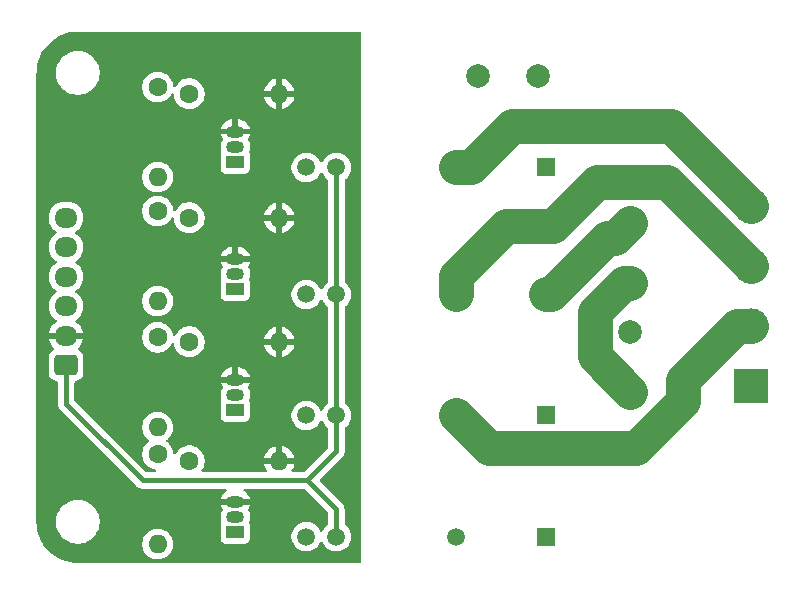
<source format=gtl>
G04 #@! TF.GenerationSoftware,KiCad,Pcbnew,9.0.6*
G04 #@! TF.CreationDate,2025-12-26T23:06:47-07:00*
G04 #@! TF.ProjectId,pifire-relay-module-SSR,70696669-7265-42d7-9265-6c61792d6d6f,v1.0.2*
G04 #@! TF.SameCoordinates,Original*
G04 #@! TF.FileFunction,Copper,L1,Top*
G04 #@! TF.FilePolarity,Positive*
%FSLAX46Y46*%
G04 Gerber Fmt 4.6, Leading zero omitted, Abs format (unit mm)*
G04 Created by KiCad (PCBNEW 9.0.6) date 2025-12-26 23:06:47*
%MOMM*%
%LPD*%
G01*
G04 APERTURE LIST*
G04 Aperture macros list*
%AMRoundRect*
0 Rectangle with rounded corners*
0 $1 Rounding radius*
0 $2 $3 $4 $5 $6 $7 $8 $9 X,Y pos of 4 corners*
0 Add a 4 corners polygon primitive as box body*
4,1,4,$2,$3,$4,$5,$6,$7,$8,$9,$2,$3,0*
0 Add four circle primitives for the rounded corners*
1,1,$1+$1,$2,$3*
1,1,$1+$1,$4,$5*
1,1,$1+$1,$6,$7*
1,1,$1+$1,$8,$9*
0 Add four rect primitives between the rounded corners*
20,1,$1+$1,$2,$3,$4,$5,0*
20,1,$1+$1,$4,$5,$6,$7,0*
20,1,$1+$1,$6,$7,$8,$9,0*
20,1,$1+$1,$8,$9,$2,$3,0*%
G04 Aperture macros list end*
G04 #@! TA.AperFunction,ComponentPad*
%ADD10R,1.508000X1.508000*%
G04 #@! TD*
G04 #@! TA.AperFunction,ComponentPad*
%ADD11C,1.508000*%
G04 #@! TD*
G04 #@! TA.AperFunction,ComponentPad*
%ADD12C,1.600000*%
G04 #@! TD*
G04 #@! TA.AperFunction,ComponentPad*
%ADD13O,1.600000X1.600000*%
G04 #@! TD*
G04 #@! TA.AperFunction,ComponentPad*
%ADD14R,1.500000X1.050000*%
G04 #@! TD*
G04 #@! TA.AperFunction,ComponentPad*
%ADD15O,1.500000X1.050000*%
G04 #@! TD*
G04 #@! TA.AperFunction,ComponentPad*
%ADD16C,2.000000*%
G04 #@! TD*
G04 #@! TA.AperFunction,ComponentPad*
%ADD17RoundRect,0.250000X0.725000X-0.600000X0.725000X0.600000X-0.725000X0.600000X-0.725000X-0.600000X0*%
G04 #@! TD*
G04 #@! TA.AperFunction,ComponentPad*
%ADD18O,1.950000X1.700000*%
G04 #@! TD*
G04 #@! TA.AperFunction,ComponentPad*
%ADD19R,3.000000X3.000000*%
G04 #@! TD*
G04 #@! TA.AperFunction,ComponentPad*
%ADD20C,3.000000*%
G04 #@! TD*
G04 #@! TA.AperFunction,Conductor*
%ADD21C,3.000000*%
G04 #@! TD*
G04 #@! TA.AperFunction,Conductor*
%ADD22C,0.400000*%
G04 #@! TD*
G04 APERTURE END LIST*
D10*
X68660000Y-68250000D03*
D11*
X61040000Y-68250000D03*
X50880000Y-68250000D03*
X48340000Y-68250000D03*
D12*
X38440000Y-61832500D03*
D13*
X46060000Y-61832500D03*
D10*
X68660000Y-37000000D03*
D11*
X61040000Y-37000000D03*
X50880000Y-37000000D03*
X48340000Y-37000000D03*
D14*
X42332500Y-67852500D03*
D15*
X42332500Y-66582500D03*
X42332500Y-65312500D03*
D12*
X38440000Y-41250000D03*
D13*
X46060000Y-41250000D03*
D16*
X75750000Y-56000000D03*
X75760000Y-50920000D03*
D12*
X38440000Y-30750000D03*
D13*
X46060000Y-30750000D03*
D10*
X68660000Y-47750000D03*
D11*
X61040000Y-47750000D03*
X50880000Y-47750000D03*
X48340000Y-47750000D03*
D12*
X38440000Y-51750000D03*
D13*
X46060000Y-51750000D03*
D12*
X35750000Y-51380000D03*
D13*
X35750000Y-59000000D03*
D17*
X28000000Y-53750000D03*
D18*
X28000000Y-51250000D03*
X28000000Y-48750000D03*
X28000000Y-46250000D03*
X28000000Y-43750000D03*
X28000000Y-41250000D03*
D16*
X68000000Y-29250000D03*
X62920000Y-29240000D03*
D10*
X68660000Y-58000000D03*
D11*
X61040000Y-58000000D03*
X50880000Y-58000000D03*
X48340000Y-58000000D03*
D12*
X35750000Y-30190000D03*
D13*
X35750000Y-37810000D03*
D12*
X35750000Y-61272500D03*
D13*
X35750000Y-68892500D03*
D14*
X42332500Y-57500000D03*
D15*
X42332500Y-56230000D03*
X42332500Y-54960000D03*
D14*
X42332500Y-36500000D03*
D15*
X42332500Y-35230000D03*
X42332500Y-33960000D03*
D12*
X35750000Y-40690000D03*
D13*
X35750000Y-48310000D03*
D16*
X75750000Y-46790000D03*
X75760000Y-41710000D03*
D14*
X42332500Y-47290000D03*
D15*
X42332500Y-46020000D03*
X42332500Y-44750000D03*
D19*
X86000000Y-55500000D03*
D20*
X86000000Y-50420000D03*
X86000000Y-45340000D03*
X86000000Y-40260000D03*
D21*
X75750000Y-56000000D02*
X72750000Y-53000000D01*
X75205484Y-46790000D02*
X75750000Y-46790000D01*
X72750000Y-49245484D02*
X75205484Y-46790000D01*
X72750000Y-53000000D02*
X72750000Y-49245484D01*
X75760000Y-41740000D02*
X75760000Y-41710000D01*
X74500000Y-43000000D02*
X75760000Y-41740000D01*
X69025484Y-47750000D02*
X73775484Y-43000000D01*
X73775484Y-43000000D02*
X74500000Y-43000000D01*
X68660000Y-47750000D02*
X69025484Y-47750000D01*
D22*
X48427500Y-63500000D02*
X50880000Y-65952500D01*
X50880000Y-65952500D02*
X50880000Y-68250000D01*
X28000000Y-57000000D02*
X34500000Y-63500000D01*
X50880000Y-47750000D02*
X50880000Y-37000000D01*
X50880000Y-61047500D02*
X50880000Y-58000000D01*
X28000000Y-53750000D02*
X28000000Y-57000000D01*
X48427500Y-63500000D02*
X50880000Y-61047500D01*
X34500000Y-63500000D02*
X48427500Y-63500000D01*
X50880000Y-58000000D02*
X50880000Y-47750000D01*
D21*
X69250000Y-42000000D02*
X73000000Y-38250000D01*
X73000000Y-38250000D02*
X78910000Y-38250000D01*
X65250000Y-42000000D02*
X69250000Y-42000000D01*
X61040000Y-47750000D02*
X61040000Y-46210000D01*
X61040000Y-46210000D02*
X65250000Y-42000000D01*
X78910000Y-38250000D02*
X86000000Y-45340000D01*
X84830000Y-50420000D02*
X86000000Y-50420000D01*
X80250000Y-56750000D02*
X80250000Y-55000000D01*
X63790000Y-60750000D02*
X76250000Y-60750000D01*
X80250000Y-55000000D02*
X84830000Y-50420000D01*
X76250000Y-60750000D02*
X80250000Y-56750000D01*
X61040000Y-58000000D02*
X63790000Y-60750000D01*
X65750000Y-33500000D02*
X71670000Y-33500000D01*
X62250000Y-37000000D02*
X65750000Y-33500000D01*
X61040000Y-37000000D02*
X62250000Y-37000000D01*
X86000000Y-40260000D02*
X79240000Y-33500000D01*
X79240000Y-33500000D02*
X71670000Y-33500000D01*
G04 #@! TA.AperFunction,Conductor*
G36*
X52943039Y-25520185D02*
G01*
X52988794Y-25572989D01*
X53000000Y-25624500D01*
X53000000Y-31922185D01*
X52999500Y-31929815D01*
X52999500Y-38820186D01*
X53000000Y-38827816D01*
X53000000Y-42797185D01*
X52999500Y-42804815D01*
X52999500Y-49695186D01*
X53000000Y-49702816D01*
X53000000Y-53047185D01*
X52999500Y-53054815D01*
X52999500Y-59945186D01*
X53000000Y-59952816D01*
X53000000Y-63422185D01*
X52999500Y-63429815D01*
X52999500Y-70320186D01*
X53000000Y-70327816D01*
X53000000Y-70375500D01*
X52980315Y-70442539D01*
X52927511Y-70488294D01*
X52876000Y-70499500D01*
X29003051Y-70499500D01*
X28996968Y-70499351D01*
X28976900Y-70498365D01*
X28663071Y-70482947D01*
X28650962Y-70481754D01*
X28323305Y-70433151D01*
X28311369Y-70430777D01*
X27990055Y-70350292D01*
X27978411Y-70346759D01*
X27666540Y-70235170D01*
X27655301Y-70230515D01*
X27355844Y-70088883D01*
X27345121Y-70083150D01*
X27061011Y-69912862D01*
X27050893Y-69906102D01*
X26784829Y-69708775D01*
X26775423Y-69701055D01*
X26635364Y-69574113D01*
X26529986Y-69478604D01*
X26521395Y-69470013D01*
X26298944Y-69224576D01*
X26291224Y-69215170D01*
X26093897Y-68949106D01*
X26087137Y-68938988D01*
X26068267Y-68907505D01*
X25916844Y-68654871D01*
X25911120Y-68644163D01*
X25769479Y-68344688D01*
X25764829Y-68333459D01*
X25725212Y-68222738D01*
X25661717Y-68045281D01*
X25653240Y-68021588D01*
X25649707Y-68009944D01*
X25640958Y-67975015D01*
X25569219Y-67688617D01*
X25566848Y-67676694D01*
X25554358Y-67592495D01*
X25530662Y-67432748D01*
X25518245Y-67349037D01*
X25517052Y-67336927D01*
X25514237Y-67279635D01*
X25500649Y-67003032D01*
X25500500Y-66996948D01*
X25500500Y-66878711D01*
X27149500Y-66878711D01*
X27149500Y-67121288D01*
X27181161Y-67361785D01*
X27243947Y-67596104D01*
X27281714Y-67687281D01*
X27336776Y-67820212D01*
X27458064Y-68030289D01*
X27458066Y-68030292D01*
X27458067Y-68030293D01*
X27605733Y-68222736D01*
X27605739Y-68222743D01*
X27777256Y-68394260D01*
X27777263Y-68394266D01*
X27817803Y-68425373D01*
X27969711Y-68541936D01*
X28179788Y-68663224D01*
X28403900Y-68756054D01*
X28638211Y-68818838D01*
X28818586Y-68842584D01*
X28878711Y-68850500D01*
X28878712Y-68850500D01*
X29121289Y-68850500D01*
X29169388Y-68844167D01*
X29361789Y-68818838D01*
X29468861Y-68790148D01*
X34449500Y-68790148D01*
X34449500Y-68994851D01*
X34481522Y-69197034D01*
X34544781Y-69391723D01*
X34637715Y-69574113D01*
X34758028Y-69739713D01*
X34902786Y-69884471D01*
X35057749Y-69997056D01*
X35068390Y-70004787D01*
X35184607Y-70064003D01*
X35250776Y-70097718D01*
X35250778Y-70097718D01*
X35250781Y-70097720D01*
X35355137Y-70131627D01*
X35445465Y-70160977D01*
X35546557Y-70176988D01*
X35647648Y-70193000D01*
X35647649Y-70193000D01*
X35852351Y-70193000D01*
X35852352Y-70193000D01*
X36054534Y-70160977D01*
X36249219Y-70097720D01*
X36431610Y-70004787D01*
X36562449Y-69909728D01*
X36597213Y-69884471D01*
X36597215Y-69884468D01*
X36597219Y-69884466D01*
X36741966Y-69739719D01*
X36741968Y-69739715D01*
X36741971Y-69739713D01*
X36794732Y-69667090D01*
X36862287Y-69574110D01*
X36955220Y-69391719D01*
X37018477Y-69197034D01*
X37050500Y-68994852D01*
X37050500Y-68790148D01*
X37040008Y-68723908D01*
X37018477Y-68587965D01*
X36985015Y-68484982D01*
X36955220Y-68393281D01*
X36955218Y-68393278D01*
X36955218Y-68393276D01*
X36868326Y-68222743D01*
X36862287Y-68210890D01*
X36854556Y-68200249D01*
X36741971Y-68045286D01*
X36597213Y-67900528D01*
X36431613Y-67780215D01*
X36431612Y-67780214D01*
X36431610Y-67780213D01*
X36374653Y-67751191D01*
X36249223Y-67687281D01*
X36054534Y-67624022D01*
X35878238Y-67596100D01*
X35852352Y-67592000D01*
X35647648Y-67592000D01*
X35623329Y-67595851D01*
X35445465Y-67624022D01*
X35250776Y-67687281D01*
X35068386Y-67780215D01*
X34902786Y-67900528D01*
X34758028Y-68045286D01*
X34637715Y-68210886D01*
X34544781Y-68393276D01*
X34481522Y-68587965D01*
X34449500Y-68790148D01*
X29468861Y-68790148D01*
X29596100Y-68756054D01*
X29749432Y-68692542D01*
X29802128Y-68670715D01*
X29820205Y-68663227D01*
X29820205Y-68663226D01*
X29820212Y-68663224D01*
X30030289Y-68541936D01*
X30222738Y-68394265D01*
X30394265Y-68222738D01*
X30541936Y-68030289D01*
X30663224Y-67820212D01*
X30756054Y-67596100D01*
X30818838Y-67361789D01*
X30850500Y-67121288D01*
X30850500Y-66878712D01*
X30818838Y-66638211D01*
X30756054Y-66403900D01*
X30663224Y-66179788D01*
X30541936Y-65969711D01*
X30416809Y-65806642D01*
X30394266Y-65777263D01*
X30394260Y-65777256D01*
X30222743Y-65605739D01*
X30222736Y-65605733D01*
X30030293Y-65458067D01*
X30030292Y-65458066D01*
X30030289Y-65458064D01*
X29820212Y-65336776D01*
X29820205Y-65336773D01*
X29596104Y-65243947D01*
X29361785Y-65181161D01*
X29121289Y-65149500D01*
X29121288Y-65149500D01*
X28878712Y-65149500D01*
X28878711Y-65149500D01*
X28638214Y-65181161D01*
X28403895Y-65243947D01*
X28179794Y-65336773D01*
X28179785Y-65336777D01*
X27969706Y-65458067D01*
X27777263Y-65605733D01*
X27777256Y-65605739D01*
X27605739Y-65777256D01*
X27605733Y-65777263D01*
X27458067Y-65969706D01*
X27336777Y-66179785D01*
X27336773Y-66179794D01*
X27243947Y-66403895D01*
X27181161Y-66638214D01*
X27149500Y-66878711D01*
X25500500Y-66878711D01*
X25500500Y-41143713D01*
X26524500Y-41143713D01*
X26524500Y-41356287D01*
X26557754Y-41566243D01*
X26595356Y-41681971D01*
X26623444Y-41768414D01*
X26719951Y-41957820D01*
X26844890Y-42129786D01*
X26995209Y-42280105D01*
X26995214Y-42280109D01*
X27159793Y-42399682D01*
X27202459Y-42455011D01*
X27208438Y-42524625D01*
X27175833Y-42586420D01*
X27159793Y-42600318D01*
X26995214Y-42719890D01*
X26995209Y-42719894D01*
X26844890Y-42870213D01*
X26719951Y-43042179D01*
X26623444Y-43231585D01*
X26557753Y-43433760D01*
X26524500Y-43643713D01*
X26524500Y-43856287D01*
X26557754Y-44066243D01*
X26622167Y-44264486D01*
X26623444Y-44268414D01*
X26719951Y-44457820D01*
X26844890Y-44629786D01*
X26995209Y-44780105D01*
X26995214Y-44780109D01*
X27159793Y-44899682D01*
X27202459Y-44955011D01*
X27208438Y-45024625D01*
X27175833Y-45086420D01*
X27159793Y-45100318D01*
X26995214Y-45219890D01*
X26995209Y-45219894D01*
X26844890Y-45370213D01*
X26719951Y-45542179D01*
X26623444Y-45731585D01*
X26557753Y-45933760D01*
X26524500Y-46143713D01*
X26524500Y-46356286D01*
X26551441Y-46526389D01*
X26557754Y-46566243D01*
X26615976Y-46745432D01*
X26623444Y-46768414D01*
X26719951Y-46957820D01*
X26844890Y-47129786D01*
X26995209Y-47280105D01*
X26995214Y-47280109D01*
X27159793Y-47399682D01*
X27202459Y-47455011D01*
X27208438Y-47524625D01*
X27175833Y-47586420D01*
X27159793Y-47600318D01*
X26995214Y-47719890D01*
X26995209Y-47719894D01*
X26844890Y-47870213D01*
X26719951Y-48042179D01*
X26623444Y-48231585D01*
X26557753Y-48433760D01*
X26524500Y-48643713D01*
X26524500Y-48856286D01*
X26557753Y-49066239D01*
X26623444Y-49268414D01*
X26719951Y-49457820D01*
X26844890Y-49629786D01*
X26995209Y-49780105D01*
X26995214Y-49780109D01*
X27160218Y-49899991D01*
X27202884Y-49955320D01*
X27208863Y-50024934D01*
X27176258Y-50086729D01*
X27160218Y-50100627D01*
X26995540Y-50220272D01*
X26995535Y-50220276D01*
X26845276Y-50370535D01*
X26845272Y-50370540D01*
X26720379Y-50542442D01*
X26623904Y-50731782D01*
X26558242Y-50933870D01*
X26558242Y-50933873D01*
X26547769Y-51000000D01*
X27595854Y-51000000D01*
X27557370Y-51066657D01*
X27525000Y-51187465D01*
X27525000Y-51312535D01*
X27557370Y-51433343D01*
X27595854Y-51500000D01*
X26547769Y-51500000D01*
X26558242Y-51566126D01*
X26558242Y-51566129D01*
X26623904Y-51768217D01*
X26720379Y-51957557D01*
X26845272Y-52129459D01*
X26845276Y-52129464D01*
X26984143Y-52268331D01*
X27017628Y-52329654D01*
X27012644Y-52399346D01*
X26970772Y-52455279D01*
X26961559Y-52461551D01*
X26806342Y-52557289D01*
X26682289Y-52681342D01*
X26590187Y-52830663D01*
X26590185Y-52830668D01*
X26579709Y-52862284D01*
X26535001Y-52997203D01*
X26535001Y-52997204D01*
X26535000Y-52997204D01*
X26524500Y-53099983D01*
X26524500Y-54400001D01*
X26524501Y-54400018D01*
X26535000Y-54502796D01*
X26535001Y-54502799D01*
X26590185Y-54669331D01*
X26590187Y-54669336D01*
X26595675Y-54678233D01*
X26682288Y-54818656D01*
X26806344Y-54942712D01*
X26955666Y-55034814D01*
X27122203Y-55089999D01*
X27188103Y-55096731D01*
X27252794Y-55123127D01*
X27292945Y-55180307D01*
X27299500Y-55220088D01*
X27299500Y-56931006D01*
X27299500Y-57068994D01*
X27299500Y-57068996D01*
X27299499Y-57068996D01*
X27326418Y-57204322D01*
X27326421Y-57204332D01*
X27379222Y-57331807D01*
X27455887Y-57446545D01*
X34053454Y-64044112D01*
X34168190Y-64120776D01*
X34266790Y-64161617D01*
X34295671Y-64173580D01*
X34295672Y-64173580D01*
X34295677Y-64173582D01*
X34322545Y-64178925D01*
X34322551Y-64178926D01*
X34322591Y-64178934D01*
X34412937Y-64196905D01*
X34431006Y-64200500D01*
X34431007Y-64200500D01*
X41517999Y-64200500D01*
X41585038Y-64220185D01*
X41630793Y-64272989D01*
X41640737Y-64342147D01*
X41611712Y-64405703D01*
X41586890Y-64427602D01*
X41454100Y-64516329D01*
X41454096Y-64516332D01*
X41311332Y-64659096D01*
X41311329Y-64659100D01*
X41199159Y-64826973D01*
X41199152Y-64826986D01*
X41121890Y-65013516D01*
X41121887Y-65013525D01*
X41112147Y-65062500D01*
X42052170Y-65062500D01*
X42032425Y-65082245D01*
X41983056Y-65167755D01*
X41957500Y-65263130D01*
X41957500Y-65361870D01*
X41983056Y-65457245D01*
X42032425Y-65542755D01*
X42046670Y-65557000D01*
X42006497Y-65557000D01*
X42006496Y-65557000D01*
X41990826Y-65560117D01*
X41966634Y-65562500D01*
X41112147Y-65562500D01*
X41121887Y-65611474D01*
X41121890Y-65611483D01*
X41199152Y-65798013D01*
X41199159Y-65798026D01*
X41252703Y-65878159D01*
X41273581Y-65944836D01*
X41255097Y-66012216D01*
X41252704Y-66015939D01*
X41198714Y-66096743D01*
X41121409Y-66283372D01*
X41121407Y-66283380D01*
X41082000Y-66481492D01*
X41082000Y-66683507D01*
X41121407Y-66881619D01*
X41121409Y-66881627D01*
X41154825Y-66962300D01*
X41162294Y-67031770D01*
X41142538Y-67077160D01*
X41142954Y-67077387D01*
X41140419Y-67082028D01*
X41139537Y-67084056D01*
X41138706Y-67085165D01*
X41138702Y-67085172D01*
X41088408Y-67220017D01*
X41085676Y-67245432D01*
X41082001Y-67279623D01*
X41082000Y-67279635D01*
X41082000Y-68425370D01*
X41082001Y-68425376D01*
X41088408Y-68484983D01*
X41138702Y-68619828D01*
X41138706Y-68619835D01*
X41224952Y-68735044D01*
X41224955Y-68735047D01*
X41340164Y-68821293D01*
X41340171Y-68821297D01*
X41475017Y-68871591D01*
X41475016Y-68871591D01*
X41481944Y-68872335D01*
X41534627Y-68878000D01*
X43130372Y-68877999D01*
X43189983Y-68871591D01*
X43324831Y-68821296D01*
X43440046Y-68735046D01*
X43526296Y-68619831D01*
X43576591Y-68484983D01*
X43583000Y-68425373D01*
X43582999Y-67279628D01*
X43576591Y-67220017D01*
X43572219Y-67208296D01*
X43526297Y-67085171D01*
X43526296Y-67085170D01*
X43526296Y-67085169D01*
X43525467Y-67084062D01*
X43524985Y-67082768D01*
X43522046Y-67077386D01*
X43522819Y-67076963D01*
X43501051Y-67018599D01*
X43510175Y-66962298D01*
X43543589Y-66881632D01*
X43543589Y-66881631D01*
X43543591Y-66881627D01*
X43583000Y-66683503D01*
X43583000Y-66481497D01*
X43543591Y-66283373D01*
X43466286Y-66096744D01*
X43412294Y-66015939D01*
X43391417Y-65949264D01*
X43409901Y-65881884D01*
X43412296Y-65878158D01*
X43465844Y-65798018D01*
X43465846Y-65798015D01*
X43543109Y-65611483D01*
X43543112Y-65611474D01*
X43552853Y-65562500D01*
X42698366Y-65562500D01*
X42674174Y-65560117D01*
X42658504Y-65557000D01*
X42658503Y-65557000D01*
X42618330Y-65557000D01*
X42632575Y-65542755D01*
X42681944Y-65457245D01*
X42707500Y-65361870D01*
X42707500Y-65263130D01*
X42681944Y-65167755D01*
X42632575Y-65082245D01*
X42612830Y-65062500D01*
X43552853Y-65062500D01*
X43543112Y-65013525D01*
X43543109Y-65013516D01*
X43465847Y-64826986D01*
X43465840Y-64826973D01*
X43353670Y-64659100D01*
X43353667Y-64659096D01*
X43210903Y-64516332D01*
X43210899Y-64516329D01*
X43078110Y-64427602D01*
X43033305Y-64373990D01*
X43024598Y-64304665D01*
X43054752Y-64241637D01*
X43114195Y-64204918D01*
X43147001Y-64200500D01*
X48085981Y-64200500D01*
X48153020Y-64220185D01*
X48173662Y-64236819D01*
X50143181Y-66206338D01*
X50176666Y-66267661D01*
X50179500Y-66294019D01*
X50179500Y-67145114D01*
X50159815Y-67212153D01*
X50128385Y-67245432D01*
X50062754Y-67293115D01*
X50062749Y-67293119D01*
X49923115Y-67432753D01*
X49807058Y-67592495D01*
X49720485Y-67762403D01*
X49672510Y-67813199D01*
X49604689Y-67829994D01*
X49538554Y-67807456D01*
X49499515Y-67762403D01*
X49412944Y-67592499D01*
X49405486Y-67582234D01*
X49296884Y-67432753D01*
X49157246Y-67293115D01*
X48997504Y-67177058D01*
X48997503Y-67177057D01*
X48997501Y-67177056D01*
X48821561Y-67087409D01*
X48811263Y-67084063D01*
X48633763Y-67026389D01*
X48438736Y-66995500D01*
X48438731Y-66995500D01*
X48241269Y-66995500D01*
X48241264Y-66995500D01*
X48046236Y-67026389D01*
X47858441Y-67087408D01*
X47682495Y-67177058D01*
X47522753Y-67293115D01*
X47383115Y-67432753D01*
X47267058Y-67592495D01*
X47177408Y-67768441D01*
X47116389Y-67956236D01*
X47085500Y-68151263D01*
X47085500Y-68348736D01*
X47116389Y-68543763D01*
X47155206Y-68663227D01*
X47177409Y-68731561D01*
X47267056Y-68907501D01*
X47267058Y-68907504D01*
X47383115Y-69067246D01*
X47522753Y-69206884D01*
X47672234Y-69315486D01*
X47682499Y-69322944D01*
X47858439Y-69412591D01*
X47983637Y-69453270D01*
X48046236Y-69473610D01*
X48241264Y-69504500D01*
X48241269Y-69504500D01*
X48438736Y-69504500D01*
X48633763Y-69473610D01*
X48644855Y-69470006D01*
X48821561Y-69412591D01*
X48997501Y-69322944D01*
X49087192Y-69257779D01*
X49157246Y-69206884D01*
X49157248Y-69206881D01*
X49157252Y-69206879D01*
X49296879Y-69067252D01*
X49296881Y-69067248D01*
X49296884Y-69067246D01*
X49412941Y-68907505D01*
X49412942Y-68907504D01*
X49412944Y-68907501D01*
X49499517Y-68737593D01*
X49547490Y-68686800D01*
X49615311Y-68670005D01*
X49681446Y-68692542D01*
X49720482Y-68737593D01*
X49778012Y-68850500D01*
X49807058Y-68907505D01*
X49923115Y-69067246D01*
X50062753Y-69206884D01*
X50212234Y-69315486D01*
X50222499Y-69322944D01*
X50398439Y-69412591D01*
X50523637Y-69453270D01*
X50586236Y-69473610D01*
X50781264Y-69504500D01*
X50781269Y-69504500D01*
X50978736Y-69504500D01*
X51173763Y-69473610D01*
X51184855Y-69470006D01*
X51361561Y-69412591D01*
X51537501Y-69322944D01*
X51627192Y-69257779D01*
X51697246Y-69206884D01*
X51697248Y-69206881D01*
X51697252Y-69206879D01*
X51836879Y-69067252D01*
X51836881Y-69067248D01*
X51836884Y-69067246D01*
X51922716Y-68949106D01*
X51952944Y-68907501D01*
X52042591Y-68731561D01*
X52103610Y-68543763D01*
X52122361Y-68425376D01*
X52134500Y-68348736D01*
X52134500Y-68151263D01*
X52103610Y-67956236D01*
X52062591Y-67829994D01*
X52042591Y-67768439D01*
X51952944Y-67592499D01*
X51945486Y-67582234D01*
X51836884Y-67432753D01*
X51697250Y-67293119D01*
X51697245Y-67293115D01*
X51631615Y-67245432D01*
X51588949Y-67190102D01*
X51580500Y-67145114D01*
X51580500Y-65883506D01*
X51576677Y-65864290D01*
X51565210Y-65806642D01*
X51553580Y-65748172D01*
X51500775Y-65620689D01*
X51424114Y-65505957D01*
X51424112Y-65505954D01*
X51424111Y-65505953D01*
X49505838Y-63587681D01*
X49472353Y-63526358D01*
X49477337Y-63456666D01*
X49505838Y-63412319D01*
X51424112Y-61494045D01*
X51424114Y-61494043D01*
X51500775Y-61379311D01*
X51502623Y-61374851D01*
X51553578Y-61251832D01*
X51553580Y-61251828D01*
X51562389Y-61207540D01*
X51580500Y-61116496D01*
X51580500Y-59104885D01*
X51600185Y-59037846D01*
X51631615Y-59004567D01*
X51697248Y-58956882D01*
X51697248Y-58956881D01*
X51697252Y-58956879D01*
X51836879Y-58817252D01*
X51836881Y-58817248D01*
X51836884Y-58817246D01*
X51925361Y-58695466D01*
X51952944Y-58657501D01*
X52042591Y-58481561D01*
X52103610Y-58293763D01*
X52107796Y-58267335D01*
X52134500Y-58098736D01*
X52134500Y-57901263D01*
X52103610Y-57706236D01*
X52055268Y-57557456D01*
X52042591Y-57518439D01*
X51952944Y-57342499D01*
X51945176Y-57331807D01*
X51836884Y-57182753D01*
X51697250Y-57043119D01*
X51697245Y-57043115D01*
X51631615Y-56995432D01*
X51588949Y-56940102D01*
X51580500Y-56895114D01*
X51580500Y-48854885D01*
X51600185Y-48787846D01*
X51631615Y-48754567D01*
X51697248Y-48706882D01*
X51697248Y-48706881D01*
X51697252Y-48706879D01*
X51836879Y-48567252D01*
X51836881Y-48567248D01*
X51836884Y-48567246D01*
X51887779Y-48497192D01*
X51952944Y-48407501D01*
X52042591Y-48231561D01*
X52103610Y-48043763D01*
X52131098Y-47870213D01*
X52134500Y-47848736D01*
X52134500Y-47651263D01*
X52103610Y-47456236D01*
X52055268Y-47307456D01*
X52042591Y-47268439D01*
X51952944Y-47092499D01*
X51915908Y-47041523D01*
X51836884Y-46932753D01*
X51697250Y-46793119D01*
X51697245Y-46793115D01*
X51631615Y-46745432D01*
X51588949Y-46690102D01*
X51580500Y-46645114D01*
X51580500Y-38104885D01*
X51600185Y-38037846D01*
X51631615Y-38004567D01*
X51697248Y-37956882D01*
X51697248Y-37956881D01*
X51697252Y-37956879D01*
X51836879Y-37817252D01*
X51836881Y-37817248D01*
X51836884Y-37817246D01*
X51916510Y-37707648D01*
X51952944Y-37657501D01*
X52042591Y-37481561D01*
X52103610Y-37293763D01*
X52107796Y-37267335D01*
X52134500Y-37098736D01*
X52134500Y-36901263D01*
X52103610Y-36706236D01*
X52050091Y-36541522D01*
X52042591Y-36518439D01*
X51952944Y-36342499D01*
X51945486Y-36332234D01*
X51836884Y-36182753D01*
X51697246Y-36043115D01*
X51537504Y-35927058D01*
X51537503Y-35927057D01*
X51537501Y-35927056D01*
X51361561Y-35837409D01*
X51361558Y-35837408D01*
X51173763Y-35776389D01*
X50978736Y-35745500D01*
X50978731Y-35745500D01*
X50781269Y-35745500D01*
X50781264Y-35745500D01*
X50586236Y-35776389D01*
X50398441Y-35837408D01*
X50222495Y-35927058D01*
X50062753Y-36043115D01*
X49923115Y-36182753D01*
X49807058Y-36342495D01*
X49720485Y-36512403D01*
X49672510Y-36563199D01*
X49604689Y-36579994D01*
X49538554Y-36557456D01*
X49499515Y-36512403D01*
X49498036Y-36509500D01*
X49412944Y-36342499D01*
X49405486Y-36332234D01*
X49296884Y-36182753D01*
X49157246Y-36043115D01*
X48997504Y-35927058D01*
X48997503Y-35927057D01*
X48997501Y-35927056D01*
X48821561Y-35837409D01*
X48821558Y-35837408D01*
X48633763Y-35776389D01*
X48438736Y-35745500D01*
X48438731Y-35745500D01*
X48241269Y-35745500D01*
X48241264Y-35745500D01*
X48046236Y-35776389D01*
X47858441Y-35837408D01*
X47682495Y-35927058D01*
X47522753Y-36043115D01*
X47383115Y-36182753D01*
X47267058Y-36342495D01*
X47177408Y-36518441D01*
X47116389Y-36706236D01*
X47085500Y-36901263D01*
X47085500Y-37098736D01*
X47116389Y-37293763D01*
X47157408Y-37420005D01*
X47177409Y-37481561D01*
X47267056Y-37657501D01*
X47267058Y-37657504D01*
X47383115Y-37817246D01*
X47522753Y-37956884D01*
X47634190Y-38037846D01*
X47682499Y-38072944D01*
X47858439Y-38162591D01*
X47983637Y-38203270D01*
X48046236Y-38223610D01*
X48241264Y-38254500D01*
X48241269Y-38254500D01*
X48438736Y-38254500D01*
X48633763Y-38223610D01*
X48821561Y-38162591D01*
X48997501Y-38072944D01*
X49091615Y-38004567D01*
X49157246Y-37956884D01*
X49157248Y-37956881D01*
X49157252Y-37956879D01*
X49296879Y-37817252D01*
X49296881Y-37817248D01*
X49296884Y-37817246D01*
X49412941Y-37657505D01*
X49412942Y-37657504D01*
X49412944Y-37657501D01*
X49499517Y-37487593D01*
X49547490Y-37436800D01*
X49615311Y-37420005D01*
X49681446Y-37442542D01*
X49720482Y-37487593D01*
X49803804Y-37651119D01*
X49807058Y-37657505D01*
X49923115Y-37817246D01*
X50062751Y-37956882D01*
X50128385Y-38004567D01*
X50171051Y-38059896D01*
X50179500Y-38104885D01*
X50179500Y-46645114D01*
X50159815Y-46712153D01*
X50128385Y-46745432D01*
X50062754Y-46793115D01*
X50062749Y-46793119D01*
X49923115Y-46932753D01*
X49807058Y-47092495D01*
X49720485Y-47262403D01*
X49672510Y-47313199D01*
X49604689Y-47329994D01*
X49538554Y-47307456D01*
X49499515Y-47262403D01*
X49412944Y-47092499D01*
X49375908Y-47041523D01*
X49296884Y-46932753D01*
X49157246Y-46793115D01*
X48997504Y-46677058D01*
X48997503Y-46677057D01*
X48997501Y-46677056D01*
X48821561Y-46587409D01*
X48821558Y-46587408D01*
X48633763Y-46526389D01*
X48438736Y-46495500D01*
X48438731Y-46495500D01*
X48241269Y-46495500D01*
X48241264Y-46495500D01*
X48046236Y-46526389D01*
X47858441Y-46587408D01*
X47682495Y-46677058D01*
X47522753Y-46793115D01*
X47383115Y-46932753D01*
X47267058Y-47092495D01*
X47177408Y-47268441D01*
X47116389Y-47456236D01*
X47085500Y-47651263D01*
X47085500Y-47848736D01*
X47116389Y-48043763D01*
X47157408Y-48170005D01*
X47177409Y-48231561D01*
X47220179Y-48315500D01*
X47267058Y-48407504D01*
X47383115Y-48567246D01*
X47522753Y-48706884D01*
X47664540Y-48809896D01*
X47682499Y-48822944D01*
X47858439Y-48912591D01*
X47983637Y-48953270D01*
X48046236Y-48973610D01*
X48241264Y-49004500D01*
X48241269Y-49004500D01*
X48438736Y-49004500D01*
X48633763Y-48973610D01*
X48821561Y-48912591D01*
X48997501Y-48822944D01*
X49091615Y-48754567D01*
X49157246Y-48706884D01*
X49157248Y-48706881D01*
X49157252Y-48706879D01*
X49296879Y-48567252D01*
X49296881Y-48567248D01*
X49296884Y-48567246D01*
X49398114Y-48427912D01*
X49412944Y-48407501D01*
X49499517Y-48237593D01*
X49547490Y-48186800D01*
X49615311Y-48170005D01*
X49681446Y-48192542D01*
X49720482Y-48237593D01*
X49760179Y-48315500D01*
X49807058Y-48407505D01*
X49923115Y-48567246D01*
X50062751Y-48706882D01*
X50128385Y-48754567D01*
X50171051Y-48809896D01*
X50179500Y-48854885D01*
X50179500Y-56895114D01*
X50159815Y-56962153D01*
X50128385Y-56995432D01*
X50062754Y-57043115D01*
X50062749Y-57043119D01*
X49923115Y-57182753D01*
X49807058Y-57342495D01*
X49807056Y-57342499D01*
X49754042Y-57446545D01*
X49720485Y-57512403D01*
X49672510Y-57563199D01*
X49604689Y-57579994D01*
X49538554Y-57557456D01*
X49499515Y-57512403D01*
X49412944Y-57342499D01*
X49405176Y-57331807D01*
X49296884Y-57182753D01*
X49157246Y-57043115D01*
X48997504Y-56927058D01*
X48997503Y-56927057D01*
X48997501Y-56927056D01*
X48821561Y-56837409D01*
X48821558Y-56837408D01*
X48633763Y-56776389D01*
X48438736Y-56745500D01*
X48438731Y-56745500D01*
X48241269Y-56745500D01*
X48241264Y-56745500D01*
X48046236Y-56776389D01*
X47858441Y-56837408D01*
X47682495Y-56927058D01*
X47522753Y-57043115D01*
X47383115Y-57182753D01*
X47267058Y-57342495D01*
X47177408Y-57518441D01*
X47116389Y-57706236D01*
X47085500Y-57901263D01*
X47085500Y-58098736D01*
X47116389Y-58293763D01*
X47157408Y-58420005D01*
X47177409Y-58481561D01*
X47267056Y-58657501D01*
X47267058Y-58657504D01*
X47383115Y-58817246D01*
X47522753Y-58956884D01*
X47634190Y-59037846D01*
X47682499Y-59072944D01*
X47858439Y-59162591D01*
X47983637Y-59203270D01*
X48046236Y-59223610D01*
X48241264Y-59254500D01*
X48241269Y-59254500D01*
X48438736Y-59254500D01*
X48633763Y-59223610D01*
X48821561Y-59162591D01*
X48997501Y-59072944D01*
X49091615Y-59004567D01*
X49157246Y-58956884D01*
X49157248Y-58956881D01*
X49157252Y-58956879D01*
X49296879Y-58817252D01*
X49296881Y-58817248D01*
X49296884Y-58817246D01*
X49412941Y-58657505D01*
X49412942Y-58657504D01*
X49412944Y-58657501D01*
X49499517Y-58487593D01*
X49547490Y-58436800D01*
X49615311Y-58420005D01*
X49681446Y-58442542D01*
X49720482Y-58487593D01*
X49803804Y-58651119D01*
X49807058Y-58657505D01*
X49923115Y-58817246D01*
X50062751Y-58956882D01*
X50128385Y-59004567D01*
X50171051Y-59059896D01*
X50179500Y-59104885D01*
X50179500Y-60705981D01*
X50159815Y-60773020D01*
X50143181Y-60793662D01*
X48173662Y-62763181D01*
X48112339Y-62796666D01*
X48085981Y-62799500D01*
X47207686Y-62799500D01*
X47140647Y-62779815D01*
X47094892Y-62727011D01*
X47084948Y-62657853D01*
X47107368Y-62602614D01*
X47171859Y-62513849D01*
X47264755Y-62331529D01*
X47327990Y-62136913D01*
X47336609Y-62082500D01*
X46375686Y-62082500D01*
X46380080Y-62078106D01*
X46432741Y-61986894D01*
X46460000Y-61885161D01*
X46460000Y-61779839D01*
X46432741Y-61678106D01*
X46380080Y-61586894D01*
X46375686Y-61582500D01*
X47336609Y-61582500D01*
X47327990Y-61528086D01*
X47264755Y-61333470D01*
X47171859Y-61151150D01*
X47051582Y-60985605D01*
X47051582Y-60985604D01*
X46906895Y-60840917D01*
X46741349Y-60720640D01*
X46559029Y-60627744D01*
X46364413Y-60564509D01*
X46310000Y-60555890D01*
X46310000Y-61516814D01*
X46305606Y-61512420D01*
X46214394Y-61459759D01*
X46112661Y-61432500D01*
X46007339Y-61432500D01*
X45905606Y-61459759D01*
X45814394Y-61512420D01*
X45810000Y-61516814D01*
X45810000Y-60555890D01*
X45755586Y-60564509D01*
X45560970Y-60627744D01*
X45378650Y-60720640D01*
X45213105Y-60840917D01*
X45213104Y-60840917D01*
X45068417Y-60985604D01*
X45068417Y-60985605D01*
X44948140Y-61151150D01*
X44855244Y-61333470D01*
X44792009Y-61528086D01*
X44783391Y-61582500D01*
X45744314Y-61582500D01*
X45739920Y-61586894D01*
X45687259Y-61678106D01*
X45660000Y-61779839D01*
X45660000Y-61885161D01*
X45687259Y-61986894D01*
X45739920Y-62078106D01*
X45744314Y-62082500D01*
X44783391Y-62082500D01*
X44792009Y-62136913D01*
X44855244Y-62331529D01*
X44948140Y-62513849D01*
X45012632Y-62602614D01*
X45036112Y-62668421D01*
X45020287Y-62736475D01*
X44970181Y-62785170D01*
X44912314Y-62799500D01*
X39588304Y-62799500D01*
X39521265Y-62779815D01*
X39475510Y-62727011D01*
X39465566Y-62657853D01*
X39487985Y-62602615D01*
X39532767Y-62540977D01*
X39552287Y-62514110D01*
X39645220Y-62331719D01*
X39708477Y-62137034D01*
X39740500Y-61934852D01*
X39740500Y-61730148D01*
X39708477Y-61527966D01*
X39645220Y-61333281D01*
X39645218Y-61333278D01*
X39645218Y-61333276D01*
X39611503Y-61267107D01*
X39552287Y-61150890D01*
X39527297Y-61116494D01*
X39431971Y-60985286D01*
X39287213Y-60840528D01*
X39121613Y-60720215D01*
X39121612Y-60720214D01*
X39121610Y-60720213D01*
X39064653Y-60691191D01*
X38939223Y-60627281D01*
X38744534Y-60564022D01*
X38569995Y-60536378D01*
X38542352Y-60532000D01*
X38337648Y-60532000D01*
X38313329Y-60535851D01*
X38135465Y-60564022D01*
X37940776Y-60627281D01*
X37758386Y-60720215D01*
X37592786Y-60840528D01*
X37448028Y-60985286D01*
X37327715Y-61150886D01*
X37284985Y-61234748D01*
X37237010Y-61285544D01*
X37169189Y-61302339D01*
X37103054Y-61279801D01*
X37059603Y-61225086D01*
X37050500Y-61178453D01*
X37050500Y-61170148D01*
X37018477Y-60967965D01*
X36955218Y-60773276D01*
X36920929Y-60705981D01*
X36862287Y-60590890D01*
X36842767Y-60564023D01*
X36741971Y-60425286D01*
X36597215Y-60280530D01*
X36536706Y-60236569D01*
X36494039Y-60181239D01*
X36488060Y-60111626D01*
X36520665Y-60049831D01*
X36536706Y-60035931D01*
X36597215Y-59991969D01*
X36597215Y-59991968D01*
X36597219Y-59991966D01*
X36741966Y-59847219D01*
X36741968Y-59847215D01*
X36741971Y-59847213D01*
X36794732Y-59774590D01*
X36862287Y-59681610D01*
X36955220Y-59499219D01*
X37018477Y-59304534D01*
X37050500Y-59102352D01*
X37050500Y-58897648D01*
X37018477Y-58695466D01*
X37006142Y-58657504D01*
X36989127Y-58605137D01*
X36955220Y-58500781D01*
X36955218Y-58500778D01*
X36955218Y-58500776D01*
X36921503Y-58434607D01*
X36862287Y-58318390D01*
X36825189Y-58267328D01*
X36741971Y-58152786D01*
X36597213Y-58008028D01*
X36431613Y-57887715D01*
X36431612Y-57887714D01*
X36431610Y-57887713D01*
X36374653Y-57858691D01*
X36249223Y-57794781D01*
X36054534Y-57731522D01*
X35879995Y-57703878D01*
X35852352Y-57699500D01*
X35647648Y-57699500D01*
X35623329Y-57703351D01*
X35445465Y-57731522D01*
X35250776Y-57794781D01*
X35068386Y-57887715D01*
X34902786Y-58008028D01*
X34758028Y-58152786D01*
X34637715Y-58318386D01*
X34544781Y-58500776D01*
X34481522Y-58695465D01*
X34449500Y-58897648D01*
X34449500Y-59102351D01*
X34481522Y-59304534D01*
X34544781Y-59499223D01*
X34637715Y-59681613D01*
X34758028Y-59847213D01*
X34902782Y-59991967D01*
X34902787Y-59991971D01*
X34963294Y-60035932D01*
X35005960Y-60091261D01*
X35011939Y-60160875D01*
X34979334Y-60222670D01*
X34963294Y-60236568D01*
X34902787Y-60280528D01*
X34902782Y-60280532D01*
X34758028Y-60425286D01*
X34637715Y-60590886D01*
X34544781Y-60773276D01*
X34481522Y-60967965D01*
X34449500Y-61170148D01*
X34449500Y-61374851D01*
X34481522Y-61577034D01*
X34544781Y-61771723D01*
X34599907Y-61879912D01*
X34623668Y-61926546D01*
X34637715Y-61954113D01*
X34758028Y-62119713D01*
X34902786Y-62264471D01*
X35057749Y-62377056D01*
X35068390Y-62384787D01*
X35184607Y-62444003D01*
X35250776Y-62477718D01*
X35250778Y-62477718D01*
X35250781Y-62477720D01*
X35355137Y-62511627D01*
X35445465Y-62540977D01*
X35521545Y-62553027D01*
X35584680Y-62582956D01*
X35621611Y-62642268D01*
X35620613Y-62712130D01*
X35582003Y-62770363D01*
X35518039Y-62798477D01*
X35502147Y-62799500D01*
X34841519Y-62799500D01*
X34774480Y-62779815D01*
X34753838Y-62763181D01*
X28736819Y-56746162D01*
X28703334Y-56684839D01*
X28700500Y-56658481D01*
X28700500Y-56128992D01*
X41082000Y-56128992D01*
X41082000Y-56331007D01*
X41121407Y-56529119D01*
X41121409Y-56529127D01*
X41154825Y-56609800D01*
X41162294Y-56679270D01*
X41142538Y-56724660D01*
X41142954Y-56724887D01*
X41140419Y-56729528D01*
X41139537Y-56731556D01*
X41138706Y-56732665D01*
X41138702Y-56732672D01*
X41088408Y-56867517D01*
X41082007Y-56927058D01*
X41082001Y-56927123D01*
X41082000Y-56927135D01*
X41082000Y-58072870D01*
X41082001Y-58072876D01*
X41088408Y-58132483D01*
X41138702Y-58267328D01*
X41138706Y-58267335D01*
X41224952Y-58382544D01*
X41224955Y-58382547D01*
X41340164Y-58468793D01*
X41340171Y-58468797D01*
X41475017Y-58519091D01*
X41475016Y-58519091D01*
X41481944Y-58519835D01*
X41534627Y-58525500D01*
X43130372Y-58525499D01*
X43189983Y-58519091D01*
X43324831Y-58468796D01*
X43440046Y-58382546D01*
X43526296Y-58267331D01*
X43576591Y-58132483D01*
X43583000Y-58072873D01*
X43582999Y-56927128D01*
X43576591Y-56867517D01*
X43565361Y-56837409D01*
X43526297Y-56732671D01*
X43526296Y-56732670D01*
X43526296Y-56732669D01*
X43525467Y-56731562D01*
X43524985Y-56730268D01*
X43522046Y-56724886D01*
X43522819Y-56724463D01*
X43501051Y-56666099D01*
X43510175Y-56609798D01*
X43543589Y-56529132D01*
X43543589Y-56529131D01*
X43543591Y-56529127D01*
X43583000Y-56331003D01*
X43583000Y-56128997D01*
X43543591Y-55930873D01*
X43466286Y-55744244D01*
X43412294Y-55663439D01*
X43391417Y-55596764D01*
X43409901Y-55529384D01*
X43412296Y-55525658D01*
X43465844Y-55445518D01*
X43465846Y-55445515D01*
X43543109Y-55258983D01*
X43543112Y-55258974D01*
X43552853Y-55210000D01*
X42698366Y-55210000D01*
X42674174Y-55207617D01*
X42658504Y-55204500D01*
X42658503Y-55204500D01*
X42618330Y-55204500D01*
X42632575Y-55190255D01*
X42681944Y-55104745D01*
X42707500Y-55009370D01*
X42707500Y-54910630D01*
X42681944Y-54815255D01*
X42632575Y-54729745D01*
X42612830Y-54710000D01*
X43552853Y-54710000D01*
X43543112Y-54661025D01*
X43543109Y-54661016D01*
X43465847Y-54474486D01*
X43465840Y-54474473D01*
X43353670Y-54306600D01*
X43353667Y-54306596D01*
X43210903Y-54163832D01*
X43210899Y-54163829D01*
X43043026Y-54051659D01*
X43043013Y-54051652D01*
X42856483Y-53974390D01*
X42856474Y-53974387D01*
X42658458Y-53935000D01*
X42582500Y-53935000D01*
X42582500Y-54679670D01*
X42562755Y-54659925D01*
X42477245Y-54610556D01*
X42381870Y-54585000D01*
X42283130Y-54585000D01*
X42187755Y-54610556D01*
X42102245Y-54659925D01*
X42082500Y-54679670D01*
X42082500Y-53935000D01*
X42006541Y-53935000D01*
X41808525Y-53974387D01*
X41808516Y-53974390D01*
X41621986Y-54051652D01*
X41621973Y-54051659D01*
X41454100Y-54163829D01*
X41454096Y-54163832D01*
X41311332Y-54306596D01*
X41311329Y-54306600D01*
X41199159Y-54474473D01*
X41199152Y-54474486D01*
X41121890Y-54661016D01*
X41121887Y-54661025D01*
X41112147Y-54710000D01*
X42052170Y-54710000D01*
X42032425Y-54729745D01*
X41983056Y-54815255D01*
X41957500Y-54910630D01*
X41957500Y-55009370D01*
X41983056Y-55104745D01*
X42032425Y-55190255D01*
X42046670Y-55204500D01*
X42006497Y-55204500D01*
X42006496Y-55204500D01*
X41990826Y-55207617D01*
X41966634Y-55210000D01*
X41112147Y-55210000D01*
X41121887Y-55258974D01*
X41121890Y-55258983D01*
X41199152Y-55445513D01*
X41199159Y-55445526D01*
X41252703Y-55525659D01*
X41273581Y-55592336D01*
X41255097Y-55659716D01*
X41252704Y-55663439D01*
X41198714Y-55744243D01*
X41121409Y-55930872D01*
X41121407Y-55930880D01*
X41082000Y-56128992D01*
X28700500Y-56128992D01*
X28700500Y-55220088D01*
X28720185Y-55153049D01*
X28772989Y-55107294D01*
X28811897Y-55096730D01*
X28877797Y-55089999D01*
X29044334Y-55034814D01*
X29193656Y-54942712D01*
X29317712Y-54818656D01*
X29409814Y-54669334D01*
X29464999Y-54502797D01*
X29475500Y-54400009D01*
X29475499Y-53099992D01*
X29464999Y-52997203D01*
X29409814Y-52830666D01*
X29317712Y-52681344D01*
X29193656Y-52557288D01*
X29044334Y-52465186D01*
X29044332Y-52465185D01*
X29038440Y-52461551D01*
X28991716Y-52409603D01*
X28980493Y-52340641D01*
X29008337Y-52276558D01*
X29015856Y-52268330D01*
X29154728Y-52129458D01*
X29279620Y-51957557D01*
X29376095Y-51768217D01*
X29441757Y-51566129D01*
X29441757Y-51566126D01*
X29452231Y-51500000D01*
X28404146Y-51500000D01*
X28442630Y-51433343D01*
X28475000Y-51312535D01*
X28475000Y-51277648D01*
X34449500Y-51277648D01*
X34449500Y-51482351D01*
X34481522Y-51684534D01*
X34544781Y-51879223D01*
X34604082Y-51995606D01*
X34634108Y-52054535D01*
X34637715Y-52061613D01*
X34758028Y-52227213D01*
X34902786Y-52371971D01*
X35017452Y-52455279D01*
X35068390Y-52492287D01*
X35184607Y-52551503D01*
X35250776Y-52585218D01*
X35250778Y-52585218D01*
X35250781Y-52585220D01*
X35355137Y-52619127D01*
X35445465Y-52648477D01*
X35546557Y-52664488D01*
X35647648Y-52680500D01*
X35647649Y-52680500D01*
X35852351Y-52680500D01*
X35852352Y-52680500D01*
X36054534Y-52648477D01*
X36249219Y-52585220D01*
X36431610Y-52492287D01*
X36559320Y-52399501D01*
X36597213Y-52371971D01*
X36597215Y-52371968D01*
X36597219Y-52371966D01*
X36741966Y-52227219D01*
X36741968Y-52227215D01*
X36741971Y-52227213D01*
X36862286Y-52061611D01*
X36865892Y-52054535D01*
X36925789Y-51936979D01*
X36973763Y-51886183D01*
X37041584Y-51869388D01*
X37107719Y-51891925D01*
X37151171Y-51946640D01*
X37158747Y-51973875D01*
X37171523Y-52054535D01*
X37234781Y-52249223D01*
X37327715Y-52431613D01*
X37448028Y-52597213D01*
X37592786Y-52741971D01*
X37747749Y-52854556D01*
X37758390Y-52862287D01*
X37874607Y-52921503D01*
X37940776Y-52955218D01*
X37940778Y-52955218D01*
X37940781Y-52955220D01*
X38045137Y-52989127D01*
X38135465Y-53018477D01*
X38236557Y-53034488D01*
X38337648Y-53050500D01*
X38337649Y-53050500D01*
X38542351Y-53050500D01*
X38542352Y-53050500D01*
X38744534Y-53018477D01*
X38939219Y-52955220D01*
X39121610Y-52862287D01*
X39214590Y-52794732D01*
X39287213Y-52741971D01*
X39287215Y-52741968D01*
X39287219Y-52741966D01*
X39431966Y-52597219D01*
X39431968Y-52597215D01*
X39431971Y-52597213D01*
X39508205Y-52492284D01*
X39552287Y-52431610D01*
X39645220Y-52249219D01*
X39708477Y-52054534D01*
X39740500Y-51852352D01*
X39740500Y-51647648D01*
X39717114Y-51500000D01*
X44783391Y-51500000D01*
X45744314Y-51500000D01*
X45739920Y-51504394D01*
X45687259Y-51595606D01*
X45660000Y-51697339D01*
X45660000Y-51802661D01*
X45687259Y-51904394D01*
X45739920Y-51995606D01*
X45744314Y-52000000D01*
X44783391Y-52000000D01*
X44792009Y-52054413D01*
X44855244Y-52249029D01*
X44948140Y-52431349D01*
X45068417Y-52596894D01*
X45068417Y-52596895D01*
X45213104Y-52741582D01*
X45378650Y-52861859D01*
X45560968Y-52954754D01*
X45755578Y-53017988D01*
X45810000Y-53026607D01*
X45810000Y-52065686D01*
X45814394Y-52070080D01*
X45905606Y-52122741D01*
X46007339Y-52150000D01*
X46112661Y-52150000D01*
X46214394Y-52122741D01*
X46305606Y-52070080D01*
X46310000Y-52065686D01*
X46310000Y-53026606D01*
X46364421Y-53017988D01*
X46559031Y-52954754D01*
X46741349Y-52861859D01*
X46906894Y-52741582D01*
X46906895Y-52741582D01*
X47051582Y-52596895D01*
X47051582Y-52596894D01*
X47171859Y-52431349D01*
X47264755Y-52249029D01*
X47327990Y-52054413D01*
X47336609Y-52000000D01*
X46375686Y-52000000D01*
X46380080Y-51995606D01*
X46432741Y-51904394D01*
X46460000Y-51802661D01*
X46460000Y-51697339D01*
X46432741Y-51595606D01*
X46380080Y-51504394D01*
X46375686Y-51500000D01*
X47336609Y-51500000D01*
X47327990Y-51445586D01*
X47264755Y-51250970D01*
X47171859Y-51068650D01*
X47051582Y-50903105D01*
X47051582Y-50903104D01*
X46906895Y-50758417D01*
X46741349Y-50638140D01*
X46559029Y-50545244D01*
X46364413Y-50482009D01*
X46310000Y-50473390D01*
X46310000Y-51434314D01*
X46305606Y-51429920D01*
X46214394Y-51377259D01*
X46112661Y-51350000D01*
X46007339Y-51350000D01*
X45905606Y-51377259D01*
X45814394Y-51429920D01*
X45810000Y-51434314D01*
X45810000Y-50473390D01*
X45755586Y-50482009D01*
X45560970Y-50545244D01*
X45378650Y-50638140D01*
X45213105Y-50758417D01*
X45213104Y-50758417D01*
X45068417Y-50903104D01*
X45068417Y-50903105D01*
X44948140Y-51068650D01*
X44855244Y-51250970D01*
X44792009Y-51445586D01*
X44783391Y-51500000D01*
X39717114Y-51500000D01*
X39708477Y-51445466D01*
X39645220Y-51250781D01*
X39645218Y-51250778D01*
X39645218Y-51250776D01*
X39555892Y-51075466D01*
X39552287Y-51068390D01*
X39544556Y-51057749D01*
X39431971Y-50902786D01*
X39287213Y-50758028D01*
X39121613Y-50637715D01*
X39121612Y-50637714D01*
X39121610Y-50637713D01*
X39064653Y-50608691D01*
X38939223Y-50544781D01*
X38744534Y-50481522D01*
X38569995Y-50453878D01*
X38542352Y-50449500D01*
X38337648Y-50449500D01*
X38313329Y-50453351D01*
X38135465Y-50481522D01*
X37940776Y-50544781D01*
X37758386Y-50637715D01*
X37592786Y-50758028D01*
X37448028Y-50902786D01*
X37327712Y-51068389D01*
X37327711Y-51068391D01*
X37264209Y-51193020D01*
X37216235Y-51243816D01*
X37148414Y-51260611D01*
X37082279Y-51238073D01*
X37038828Y-51183358D01*
X37031252Y-51156123D01*
X37018477Y-51075465D01*
X36980421Y-50958343D01*
X36955220Y-50880781D01*
X36955218Y-50880778D01*
X36955218Y-50880776D01*
X36917815Y-50807370D01*
X36862287Y-50698390D01*
X36854556Y-50687749D01*
X36741971Y-50532786D01*
X36597213Y-50388028D01*
X36431613Y-50267715D01*
X36431612Y-50267714D01*
X36431610Y-50267713D01*
X36338510Y-50220276D01*
X36249223Y-50174781D01*
X36054534Y-50111522D01*
X35879995Y-50083878D01*
X35852352Y-50079500D01*
X35647648Y-50079500D01*
X35623329Y-50083351D01*
X35445465Y-50111522D01*
X35250776Y-50174781D01*
X35068386Y-50267715D01*
X34902786Y-50388028D01*
X34758028Y-50532786D01*
X34637715Y-50698386D01*
X34544781Y-50880776D01*
X34481522Y-51075465D01*
X34449500Y-51277648D01*
X28475000Y-51277648D01*
X28475000Y-51187465D01*
X28442630Y-51066657D01*
X28404146Y-51000000D01*
X29452231Y-51000000D01*
X29441757Y-50933873D01*
X29441757Y-50933870D01*
X29376095Y-50731782D01*
X29279620Y-50542442D01*
X29154727Y-50370540D01*
X29154723Y-50370535D01*
X29004464Y-50220276D01*
X29004459Y-50220272D01*
X28839781Y-50100627D01*
X28797115Y-50045297D01*
X28791136Y-49975684D01*
X28823741Y-49913889D01*
X28839776Y-49899994D01*
X29004792Y-49780104D01*
X29155104Y-49629792D01*
X29155106Y-49629788D01*
X29155109Y-49629786D01*
X29280048Y-49457820D01*
X29280047Y-49457820D01*
X29280051Y-49457816D01*
X29376557Y-49268412D01*
X29442246Y-49066243D01*
X29475500Y-48856287D01*
X29475500Y-48643713D01*
X29442246Y-48433757D01*
X29376557Y-48231588D01*
X29364359Y-48207648D01*
X34449500Y-48207648D01*
X34449500Y-48412351D01*
X34481522Y-48614534D01*
X34544781Y-48809223D01*
X34637715Y-48991613D01*
X34758028Y-49157213D01*
X34902786Y-49301971D01*
X35057749Y-49414556D01*
X35068390Y-49422287D01*
X35184607Y-49481503D01*
X35250776Y-49515218D01*
X35250778Y-49515218D01*
X35250781Y-49515220D01*
X35355137Y-49549127D01*
X35445465Y-49578477D01*
X35546557Y-49594488D01*
X35647648Y-49610500D01*
X35647649Y-49610500D01*
X35852351Y-49610500D01*
X35852352Y-49610500D01*
X36054534Y-49578477D01*
X36249219Y-49515220D01*
X36431610Y-49422287D01*
X36524590Y-49354732D01*
X36597213Y-49301971D01*
X36597215Y-49301968D01*
X36597219Y-49301966D01*
X36741966Y-49157219D01*
X36741968Y-49157215D01*
X36741971Y-49157213D01*
X36808066Y-49066239D01*
X36862287Y-48991610D01*
X36955220Y-48809219D01*
X37018477Y-48614534D01*
X37050500Y-48412352D01*
X37050500Y-48207648D01*
X37018477Y-48005466D01*
X36955220Y-47810781D01*
X36955218Y-47810778D01*
X36955218Y-47810776D01*
X36908912Y-47719896D01*
X36862287Y-47628390D01*
X36854556Y-47617749D01*
X36741971Y-47462786D01*
X36597213Y-47318028D01*
X36431613Y-47197715D01*
X36431612Y-47197714D01*
X36431610Y-47197713D01*
X36374653Y-47168691D01*
X36249223Y-47104781D01*
X36054534Y-47041522D01*
X35879995Y-47013878D01*
X35852352Y-47009500D01*
X35647648Y-47009500D01*
X35623329Y-47013351D01*
X35445465Y-47041522D01*
X35250776Y-47104781D01*
X35068386Y-47197715D01*
X34902786Y-47318028D01*
X34758028Y-47462786D01*
X34637715Y-47628386D01*
X34544781Y-47810776D01*
X34481522Y-48005465D01*
X34449500Y-48207648D01*
X29364359Y-48207648D01*
X29280051Y-48042184D01*
X29280049Y-48042181D01*
X29280048Y-48042179D01*
X29155109Y-47870213D01*
X29004792Y-47719896D01*
X28910334Y-47651269D01*
X28840204Y-47600316D01*
X28797540Y-47544989D01*
X28791561Y-47475376D01*
X28824166Y-47413580D01*
X28840199Y-47399686D01*
X29004792Y-47280104D01*
X29155104Y-47129792D01*
X29155106Y-47129788D01*
X29155109Y-47129786D01*
X29280048Y-46957820D01*
X29280047Y-46957820D01*
X29280051Y-46957816D01*
X29376557Y-46768412D01*
X29442246Y-46566243D01*
X29475500Y-46356287D01*
X29475500Y-46143713D01*
X29442246Y-45933757D01*
X29437449Y-45918992D01*
X41082000Y-45918992D01*
X41082000Y-46121007D01*
X41121407Y-46319119D01*
X41121409Y-46319127D01*
X41154825Y-46399800D01*
X41162294Y-46469270D01*
X41142538Y-46514660D01*
X41142954Y-46514887D01*
X41140419Y-46519528D01*
X41139537Y-46521556D01*
X41138706Y-46522665D01*
X41138702Y-46522672D01*
X41088408Y-46657517D01*
X41082949Y-46708296D01*
X41082001Y-46717123D01*
X41082000Y-46717135D01*
X41082000Y-47862870D01*
X41082001Y-47862876D01*
X41088408Y-47922483D01*
X41138702Y-48057328D01*
X41138706Y-48057335D01*
X41224952Y-48172544D01*
X41224955Y-48172547D01*
X41340164Y-48258793D01*
X41340171Y-48258797D01*
X41475017Y-48309091D01*
X41475016Y-48309091D01*
X41481944Y-48309835D01*
X41534627Y-48315500D01*
X43130372Y-48315499D01*
X43189983Y-48309091D01*
X43324831Y-48258796D01*
X43440046Y-48172546D01*
X43526296Y-48057331D01*
X43576591Y-47922483D01*
X43583000Y-47862873D01*
X43582999Y-46717128D01*
X43576591Y-46657517D01*
X43550442Y-46587409D01*
X43526297Y-46522671D01*
X43526296Y-46522670D01*
X43526296Y-46522669D01*
X43525467Y-46521562D01*
X43524985Y-46520268D01*
X43522046Y-46514886D01*
X43522819Y-46514463D01*
X43501051Y-46456099D01*
X43510175Y-46399798D01*
X43543589Y-46319132D01*
X43543589Y-46319131D01*
X43543591Y-46319127D01*
X43583000Y-46121003D01*
X43583000Y-45918997D01*
X43543591Y-45720873D01*
X43466286Y-45534244D01*
X43412294Y-45453439D01*
X43391417Y-45386764D01*
X43409901Y-45319384D01*
X43412296Y-45315658D01*
X43465844Y-45235518D01*
X43465846Y-45235515D01*
X43543109Y-45048983D01*
X43543112Y-45048974D01*
X43552853Y-45000000D01*
X42698366Y-45000000D01*
X42674174Y-44997617D01*
X42658504Y-44994500D01*
X42658503Y-44994500D01*
X42618330Y-44994500D01*
X42632575Y-44980255D01*
X42681944Y-44894745D01*
X42707500Y-44799370D01*
X42707500Y-44700630D01*
X42681944Y-44605255D01*
X42632575Y-44519745D01*
X42612830Y-44500000D01*
X43552853Y-44500000D01*
X43543112Y-44451025D01*
X43543109Y-44451016D01*
X43465847Y-44264486D01*
X43465840Y-44264473D01*
X43353670Y-44096600D01*
X43353667Y-44096596D01*
X43210903Y-43953832D01*
X43210899Y-43953829D01*
X43043026Y-43841659D01*
X43043013Y-43841652D01*
X42856483Y-43764390D01*
X42856474Y-43764387D01*
X42658458Y-43725000D01*
X42582500Y-43725000D01*
X42582500Y-44469670D01*
X42562755Y-44449925D01*
X42477245Y-44400556D01*
X42381870Y-44375000D01*
X42283130Y-44375000D01*
X42187755Y-44400556D01*
X42102245Y-44449925D01*
X42082500Y-44469670D01*
X42082500Y-43725000D01*
X42006541Y-43725000D01*
X41808525Y-43764387D01*
X41808516Y-43764390D01*
X41621986Y-43841652D01*
X41621973Y-43841659D01*
X41454100Y-43953829D01*
X41454096Y-43953832D01*
X41311332Y-44096596D01*
X41311329Y-44096600D01*
X41199159Y-44264473D01*
X41199152Y-44264486D01*
X41121890Y-44451016D01*
X41121887Y-44451025D01*
X41112147Y-44500000D01*
X42052170Y-44500000D01*
X42032425Y-44519745D01*
X41983056Y-44605255D01*
X41957500Y-44700630D01*
X41957500Y-44799370D01*
X41983056Y-44894745D01*
X42032425Y-44980255D01*
X42046670Y-44994500D01*
X42006497Y-44994500D01*
X42006496Y-44994500D01*
X41990826Y-44997617D01*
X41966634Y-45000000D01*
X41112147Y-45000000D01*
X41121887Y-45048974D01*
X41121890Y-45048983D01*
X41199152Y-45235513D01*
X41199159Y-45235526D01*
X41252703Y-45315659D01*
X41273581Y-45382336D01*
X41255097Y-45449716D01*
X41252704Y-45453439D01*
X41198714Y-45534243D01*
X41121409Y-45720872D01*
X41121407Y-45720880D01*
X41082000Y-45918992D01*
X29437449Y-45918992D01*
X29376557Y-45731588D01*
X29280051Y-45542184D01*
X29280049Y-45542181D01*
X29280048Y-45542179D01*
X29155109Y-45370213D01*
X29004792Y-45219896D01*
X29004784Y-45219890D01*
X28840204Y-45100316D01*
X28797540Y-45044989D01*
X28791561Y-44975376D01*
X28824166Y-44913580D01*
X28840199Y-44899686D01*
X29004792Y-44780104D01*
X29155104Y-44629792D01*
X29280051Y-44457816D01*
X29376557Y-44268412D01*
X29442246Y-44066243D01*
X29475500Y-43856287D01*
X29475500Y-43643713D01*
X29442246Y-43433757D01*
X29376557Y-43231588D01*
X29280051Y-43042184D01*
X29280049Y-43042181D01*
X29280048Y-43042179D01*
X29155109Y-42870213D01*
X29004792Y-42719896D01*
X28952376Y-42681814D01*
X28840204Y-42600316D01*
X28797540Y-42544989D01*
X28791561Y-42475376D01*
X28824166Y-42413580D01*
X28840199Y-42399686D01*
X29004792Y-42280104D01*
X29155104Y-42129792D01*
X29155106Y-42129788D01*
X29155109Y-42129786D01*
X29280048Y-41957820D01*
X29280047Y-41957820D01*
X29280051Y-41957816D01*
X29376557Y-41768412D01*
X29442246Y-41566243D01*
X29475500Y-41356287D01*
X29475500Y-41143713D01*
X29442246Y-40933757D01*
X29376557Y-40731588D01*
X29303216Y-40587648D01*
X34449500Y-40587648D01*
X34449500Y-40792351D01*
X34481522Y-40994534D01*
X34544781Y-41189223D01*
X34599907Y-41297412D01*
X34623668Y-41344046D01*
X34637715Y-41371613D01*
X34758028Y-41537213D01*
X34902786Y-41681971D01*
X35021767Y-41768414D01*
X35068390Y-41802287D01*
X35184607Y-41861503D01*
X35250776Y-41895218D01*
X35250778Y-41895218D01*
X35250781Y-41895220D01*
X35355137Y-41929127D01*
X35445465Y-41958477D01*
X35546557Y-41974488D01*
X35647648Y-41990500D01*
X35647649Y-41990500D01*
X35852351Y-41990500D01*
X35852352Y-41990500D01*
X36054534Y-41958477D01*
X36249219Y-41895220D01*
X36431610Y-41802287D01*
X36524590Y-41734732D01*
X36597213Y-41681971D01*
X36597215Y-41681968D01*
X36597219Y-41681966D01*
X36741966Y-41537219D01*
X36741968Y-41537215D01*
X36741971Y-41537213D01*
X36862284Y-41371614D01*
X36862285Y-41371613D01*
X36862287Y-41371610D01*
X36905015Y-41287750D01*
X36952989Y-41236955D01*
X37020810Y-41220160D01*
X37086945Y-41242697D01*
X37130397Y-41297412D01*
X37139500Y-41344046D01*
X37139500Y-41352351D01*
X37171522Y-41554534D01*
X37234781Y-41749223D01*
X37298691Y-41874653D01*
X37309171Y-41895220D01*
X37327715Y-41931613D01*
X37448028Y-42097213D01*
X37592786Y-42241971D01*
X37747749Y-42354556D01*
X37758390Y-42362287D01*
X37831780Y-42399681D01*
X37940776Y-42455218D01*
X37940778Y-42455218D01*
X37940781Y-42455220D01*
X38000119Y-42474500D01*
X38135465Y-42518477D01*
X38236557Y-42534488D01*
X38337648Y-42550500D01*
X38337649Y-42550500D01*
X38542351Y-42550500D01*
X38542352Y-42550500D01*
X38744534Y-42518477D01*
X38939219Y-42455220D01*
X39121610Y-42362287D01*
X39234726Y-42280104D01*
X39287213Y-42241971D01*
X39287215Y-42241968D01*
X39287219Y-42241966D01*
X39431966Y-42097219D01*
X39431968Y-42097215D01*
X39431971Y-42097213D01*
X39533247Y-41957816D01*
X39552287Y-41931610D01*
X39645220Y-41749219D01*
X39708477Y-41554534D01*
X39740500Y-41352352D01*
X39740500Y-41147648D01*
X39717114Y-41000000D01*
X44783391Y-41000000D01*
X45744314Y-41000000D01*
X45739920Y-41004394D01*
X45687259Y-41095606D01*
X45660000Y-41197339D01*
X45660000Y-41302661D01*
X45687259Y-41404394D01*
X45739920Y-41495606D01*
X45744314Y-41500000D01*
X44783391Y-41500000D01*
X44792009Y-41554413D01*
X44855244Y-41749029D01*
X44948140Y-41931349D01*
X45068417Y-42096894D01*
X45068417Y-42096895D01*
X45213104Y-42241582D01*
X45378650Y-42361859D01*
X45560968Y-42454754D01*
X45755578Y-42517988D01*
X45810000Y-42526607D01*
X45810000Y-41565686D01*
X45814394Y-41570080D01*
X45905606Y-41622741D01*
X46007339Y-41650000D01*
X46112661Y-41650000D01*
X46214394Y-41622741D01*
X46305606Y-41570080D01*
X46310000Y-41565686D01*
X46310000Y-42526606D01*
X46364421Y-42517988D01*
X46559031Y-42454754D01*
X46741349Y-42361859D01*
X46906894Y-42241582D01*
X46906895Y-42241582D01*
X47051582Y-42096895D01*
X47051582Y-42096894D01*
X47171859Y-41931349D01*
X47264755Y-41749029D01*
X47327990Y-41554413D01*
X47336609Y-41500000D01*
X46375686Y-41500000D01*
X46380080Y-41495606D01*
X46432741Y-41404394D01*
X46460000Y-41302661D01*
X46460000Y-41197339D01*
X46432741Y-41095606D01*
X46380080Y-41004394D01*
X46375686Y-41000000D01*
X47336609Y-41000000D01*
X47327990Y-40945586D01*
X47264755Y-40750970D01*
X47171859Y-40568650D01*
X47051582Y-40403105D01*
X47051582Y-40403104D01*
X46906895Y-40258417D01*
X46741349Y-40138140D01*
X46559029Y-40045244D01*
X46364413Y-39982009D01*
X46310000Y-39973390D01*
X46310000Y-40934314D01*
X46305606Y-40929920D01*
X46214394Y-40877259D01*
X46112661Y-40850000D01*
X46007339Y-40850000D01*
X45905606Y-40877259D01*
X45814394Y-40929920D01*
X45810000Y-40934314D01*
X45810000Y-39973390D01*
X45755586Y-39982009D01*
X45560970Y-40045244D01*
X45378650Y-40138140D01*
X45213105Y-40258417D01*
X45213104Y-40258417D01*
X45068417Y-40403104D01*
X45068417Y-40403105D01*
X44948140Y-40568650D01*
X44855244Y-40750970D01*
X44792009Y-40945586D01*
X44783391Y-41000000D01*
X39717114Y-41000000D01*
X39708477Y-40945466D01*
X39645220Y-40750781D01*
X39645218Y-40750778D01*
X39645218Y-40750776D01*
X39595015Y-40652248D01*
X39552287Y-40568390D01*
X39544556Y-40557749D01*
X39431971Y-40402786D01*
X39287213Y-40258028D01*
X39121613Y-40137715D01*
X39121612Y-40137714D01*
X39121610Y-40137713D01*
X39037681Y-40094949D01*
X38939223Y-40044781D01*
X38744534Y-39981522D01*
X38569995Y-39953878D01*
X38542352Y-39949500D01*
X38337648Y-39949500D01*
X38313329Y-39953351D01*
X38135465Y-39981522D01*
X37940776Y-40044781D01*
X37758386Y-40137715D01*
X37592786Y-40258028D01*
X37448028Y-40402786D01*
X37327715Y-40568386D01*
X37284985Y-40652248D01*
X37237010Y-40703044D01*
X37169189Y-40719839D01*
X37103054Y-40697301D01*
X37059603Y-40642586D01*
X37050500Y-40595953D01*
X37050500Y-40587648D01*
X37018477Y-40385465D01*
X36955218Y-40190776D01*
X36906391Y-40094949D01*
X36862287Y-40008390D01*
X36842767Y-39981523D01*
X36741971Y-39842786D01*
X36597213Y-39698028D01*
X36431613Y-39577715D01*
X36431612Y-39577714D01*
X36431610Y-39577713D01*
X36374653Y-39548691D01*
X36249223Y-39484781D01*
X36054534Y-39421522D01*
X35879995Y-39393878D01*
X35852352Y-39389500D01*
X35647648Y-39389500D01*
X35623329Y-39393351D01*
X35445465Y-39421522D01*
X35250776Y-39484781D01*
X35068386Y-39577715D01*
X34902786Y-39698028D01*
X34758028Y-39842786D01*
X34637715Y-40008386D01*
X34544781Y-40190776D01*
X34481522Y-40385465D01*
X34449500Y-40587648D01*
X29303216Y-40587648D01*
X29280051Y-40542184D01*
X29280049Y-40542181D01*
X29280048Y-40542179D01*
X29155109Y-40370213D01*
X29004786Y-40219890D01*
X28832820Y-40094951D01*
X28643414Y-39998444D01*
X28643413Y-39998443D01*
X28643412Y-39998443D01*
X28441243Y-39932754D01*
X28441241Y-39932753D01*
X28441240Y-39932753D01*
X28279957Y-39907208D01*
X28231287Y-39899500D01*
X27768713Y-39899500D01*
X27720042Y-39907208D01*
X27558760Y-39932753D01*
X27356585Y-39998444D01*
X27167179Y-40094951D01*
X26995213Y-40219890D01*
X26844890Y-40370213D01*
X26719951Y-40542179D01*
X26623444Y-40731585D01*
X26557753Y-40933760D01*
X26547262Y-41000000D01*
X26524500Y-41143713D01*
X25500500Y-41143713D01*
X25500500Y-37707648D01*
X34449500Y-37707648D01*
X34449500Y-37912351D01*
X34481522Y-38114534D01*
X34544781Y-38309223D01*
X34637715Y-38491613D01*
X34758028Y-38657213D01*
X34902786Y-38801971D01*
X35057749Y-38914556D01*
X35068390Y-38922287D01*
X35184607Y-38981503D01*
X35250776Y-39015218D01*
X35250778Y-39015218D01*
X35250781Y-39015220D01*
X35355137Y-39049127D01*
X35445465Y-39078477D01*
X35546557Y-39094488D01*
X35647648Y-39110500D01*
X35647649Y-39110500D01*
X35852351Y-39110500D01*
X35852352Y-39110500D01*
X36054534Y-39078477D01*
X36249219Y-39015220D01*
X36431610Y-38922287D01*
X36524590Y-38854732D01*
X36597213Y-38801971D01*
X36597215Y-38801968D01*
X36597219Y-38801966D01*
X36741966Y-38657219D01*
X36741968Y-38657215D01*
X36741971Y-38657213D01*
X36794732Y-38584590D01*
X36862287Y-38491610D01*
X36955220Y-38309219D01*
X37018477Y-38114534D01*
X37050500Y-37912352D01*
X37050500Y-37707648D01*
X37018477Y-37505466D01*
X36955220Y-37310781D01*
X36955218Y-37310778D01*
X36955218Y-37310776D01*
X36864372Y-37132483D01*
X36862287Y-37128390D01*
X36840739Y-37098731D01*
X36741971Y-36962786D01*
X36597213Y-36818028D01*
X36431613Y-36697715D01*
X36431612Y-36697714D01*
X36431610Y-36697713D01*
X36374653Y-36668691D01*
X36249223Y-36604781D01*
X36054534Y-36541522D01*
X35879995Y-36513878D01*
X35852352Y-36509500D01*
X35647648Y-36509500D01*
X35623329Y-36513351D01*
X35445465Y-36541522D01*
X35250776Y-36604781D01*
X35068386Y-36697715D01*
X34902786Y-36818028D01*
X34758028Y-36962786D01*
X34637715Y-37128386D01*
X34544781Y-37310776D01*
X34481522Y-37505465D01*
X34449500Y-37707648D01*
X25500500Y-37707648D01*
X25500500Y-35128992D01*
X41082000Y-35128992D01*
X41082000Y-35331007D01*
X41121407Y-35529119D01*
X41121409Y-35529127D01*
X41154825Y-35609800D01*
X41162294Y-35679270D01*
X41142538Y-35724660D01*
X41142954Y-35724887D01*
X41140419Y-35729528D01*
X41139537Y-35731556D01*
X41138706Y-35732665D01*
X41138702Y-35732672D01*
X41088408Y-35867517D01*
X41082007Y-35927058D01*
X41082001Y-35927123D01*
X41082000Y-35927135D01*
X41082000Y-37072870D01*
X41082001Y-37072876D01*
X41088408Y-37132483D01*
X41138702Y-37267328D01*
X41138706Y-37267335D01*
X41224952Y-37382544D01*
X41224955Y-37382547D01*
X41340164Y-37468793D01*
X41340171Y-37468797D01*
X41475017Y-37519091D01*
X41475016Y-37519091D01*
X41481944Y-37519835D01*
X41534627Y-37525500D01*
X43130372Y-37525499D01*
X43189983Y-37519091D01*
X43324831Y-37468796D01*
X43440046Y-37382546D01*
X43526296Y-37267331D01*
X43576591Y-37132483D01*
X43583000Y-37072873D01*
X43582999Y-35927128D01*
X43576591Y-35867517D01*
X43565361Y-35837409D01*
X43526297Y-35732671D01*
X43526296Y-35732670D01*
X43526296Y-35732669D01*
X43525467Y-35731562D01*
X43524985Y-35730268D01*
X43522046Y-35724886D01*
X43522819Y-35724463D01*
X43501051Y-35666099D01*
X43510175Y-35609798D01*
X43543589Y-35529132D01*
X43543589Y-35529131D01*
X43543591Y-35529127D01*
X43583000Y-35331003D01*
X43583000Y-35128997D01*
X43543591Y-34930873D01*
X43466286Y-34744244D01*
X43412294Y-34663439D01*
X43391417Y-34596764D01*
X43409901Y-34529384D01*
X43412296Y-34525658D01*
X43465844Y-34445518D01*
X43465846Y-34445515D01*
X43543109Y-34258983D01*
X43543112Y-34258974D01*
X43552853Y-34210000D01*
X42698366Y-34210000D01*
X42674174Y-34207617D01*
X42658504Y-34204500D01*
X42658503Y-34204500D01*
X42618330Y-34204500D01*
X42632575Y-34190255D01*
X42681944Y-34104745D01*
X42707500Y-34009370D01*
X42707500Y-33910630D01*
X42681944Y-33815255D01*
X42632575Y-33729745D01*
X42612830Y-33710000D01*
X43552853Y-33710000D01*
X43543112Y-33661025D01*
X43543109Y-33661016D01*
X43465847Y-33474486D01*
X43465840Y-33474473D01*
X43353670Y-33306600D01*
X43353667Y-33306596D01*
X43210903Y-33163832D01*
X43210899Y-33163829D01*
X43043026Y-33051659D01*
X43043013Y-33051652D01*
X42856483Y-32974390D01*
X42856474Y-32974387D01*
X42658458Y-32935000D01*
X42582500Y-32935000D01*
X42582500Y-33679670D01*
X42562755Y-33659925D01*
X42477245Y-33610556D01*
X42381870Y-33585000D01*
X42283130Y-33585000D01*
X42187755Y-33610556D01*
X42102245Y-33659925D01*
X42082500Y-33679670D01*
X42082500Y-32935000D01*
X42006541Y-32935000D01*
X41808525Y-32974387D01*
X41808516Y-32974390D01*
X41621986Y-33051652D01*
X41621973Y-33051659D01*
X41454100Y-33163829D01*
X41454096Y-33163832D01*
X41311332Y-33306596D01*
X41311329Y-33306600D01*
X41199159Y-33474473D01*
X41199152Y-33474486D01*
X41121890Y-33661016D01*
X41121887Y-33661025D01*
X41112147Y-33710000D01*
X42052170Y-33710000D01*
X42032425Y-33729745D01*
X41983056Y-33815255D01*
X41957500Y-33910630D01*
X41957500Y-34009370D01*
X41983056Y-34104745D01*
X42032425Y-34190255D01*
X42046670Y-34204500D01*
X42006497Y-34204500D01*
X42006496Y-34204500D01*
X41990826Y-34207617D01*
X41966634Y-34210000D01*
X41112147Y-34210000D01*
X41121887Y-34258974D01*
X41121890Y-34258983D01*
X41199152Y-34445513D01*
X41199159Y-34445526D01*
X41252703Y-34525659D01*
X41273581Y-34592336D01*
X41255097Y-34659716D01*
X41252704Y-34663439D01*
X41198714Y-34744243D01*
X41121409Y-34930872D01*
X41121407Y-34930880D01*
X41082000Y-35128992D01*
X25500500Y-35128992D01*
X25500500Y-29003051D01*
X25500649Y-28996966D01*
X25506459Y-28878711D01*
X27149500Y-28878711D01*
X27149500Y-29121288D01*
X27181161Y-29361785D01*
X27243947Y-29596104D01*
X27336773Y-29820205D01*
X27336776Y-29820212D01*
X27458064Y-30030289D01*
X27458066Y-30030292D01*
X27458067Y-30030293D01*
X27605733Y-30222736D01*
X27605739Y-30222743D01*
X27777256Y-30394260D01*
X27777263Y-30394266D01*
X27844145Y-30445586D01*
X27969711Y-30541936D01*
X28179788Y-30663224D01*
X28403900Y-30756054D01*
X28638211Y-30818838D01*
X28818586Y-30842584D01*
X28878711Y-30850500D01*
X28878712Y-30850500D01*
X29121289Y-30850500D01*
X29170312Y-30844046D01*
X29361789Y-30818838D01*
X29596100Y-30756054D01*
X29820212Y-30663224D01*
X30030289Y-30541936D01*
X30222738Y-30394265D01*
X30394265Y-30222738D01*
X30497923Y-30087648D01*
X34449500Y-30087648D01*
X34449500Y-30292351D01*
X34481522Y-30494534D01*
X34544781Y-30689223D01*
X34599907Y-30797412D01*
X34623668Y-30844046D01*
X34637715Y-30871613D01*
X34758028Y-31037213D01*
X34902786Y-31181971D01*
X35057749Y-31294556D01*
X35068390Y-31302287D01*
X35184607Y-31361503D01*
X35250776Y-31395218D01*
X35250778Y-31395218D01*
X35250781Y-31395220D01*
X35355137Y-31429127D01*
X35445465Y-31458477D01*
X35546557Y-31474488D01*
X35647648Y-31490500D01*
X35647649Y-31490500D01*
X35852351Y-31490500D01*
X35852352Y-31490500D01*
X36054534Y-31458477D01*
X36249219Y-31395220D01*
X36431610Y-31302287D01*
X36524590Y-31234732D01*
X36597213Y-31181971D01*
X36597215Y-31181968D01*
X36597219Y-31181966D01*
X36741966Y-31037219D01*
X36741968Y-31037215D01*
X36741971Y-31037213D01*
X36862284Y-30871614D01*
X36862285Y-30871613D01*
X36862287Y-30871610D01*
X36905015Y-30787750D01*
X36952989Y-30736955D01*
X37020810Y-30720160D01*
X37086945Y-30742697D01*
X37130397Y-30797412D01*
X37139500Y-30844046D01*
X37139500Y-30852351D01*
X37171522Y-31054534D01*
X37234781Y-31249223D01*
X37298691Y-31374653D01*
X37309171Y-31395220D01*
X37327715Y-31431613D01*
X37448028Y-31597213D01*
X37592786Y-31741971D01*
X37682037Y-31806814D01*
X37758390Y-31862287D01*
X37874607Y-31921503D01*
X37940776Y-31955218D01*
X37940778Y-31955218D01*
X37940781Y-31955220D01*
X38045137Y-31989127D01*
X38135465Y-32018477D01*
X38236557Y-32034488D01*
X38337648Y-32050500D01*
X38337649Y-32050500D01*
X38542351Y-32050500D01*
X38542352Y-32050500D01*
X38744534Y-32018477D01*
X38939219Y-31955220D01*
X39121610Y-31862287D01*
X39214590Y-31794732D01*
X39287213Y-31741971D01*
X39287215Y-31741968D01*
X39287219Y-31741966D01*
X39431966Y-31597219D01*
X39431968Y-31597215D01*
X39431971Y-31597213D01*
X39532767Y-31458477D01*
X39552287Y-31431610D01*
X39645220Y-31249219D01*
X39708477Y-31054534D01*
X39740500Y-30852352D01*
X39740500Y-30647648D01*
X39717114Y-30500000D01*
X44783391Y-30500000D01*
X45744314Y-30500000D01*
X45739920Y-30504394D01*
X45687259Y-30595606D01*
X45660000Y-30697339D01*
X45660000Y-30802661D01*
X45687259Y-30904394D01*
X45739920Y-30995606D01*
X45744314Y-31000000D01*
X44783391Y-31000000D01*
X44792009Y-31054413D01*
X44855244Y-31249029D01*
X44948140Y-31431349D01*
X45068417Y-31596894D01*
X45068417Y-31596895D01*
X45213104Y-31741582D01*
X45378650Y-31861859D01*
X45560968Y-31954754D01*
X45755578Y-32017988D01*
X45810000Y-32026607D01*
X45810000Y-31065686D01*
X45814394Y-31070080D01*
X45905606Y-31122741D01*
X46007339Y-31150000D01*
X46112661Y-31150000D01*
X46214394Y-31122741D01*
X46305606Y-31070080D01*
X46310000Y-31065686D01*
X46310000Y-32026606D01*
X46364421Y-32017988D01*
X46559031Y-31954754D01*
X46741349Y-31861859D01*
X46906894Y-31741582D01*
X46906895Y-31741582D01*
X47051582Y-31596895D01*
X47051582Y-31596894D01*
X47171859Y-31431349D01*
X47264755Y-31249029D01*
X47327990Y-31054413D01*
X47336609Y-31000000D01*
X46375686Y-31000000D01*
X46380080Y-30995606D01*
X46432741Y-30904394D01*
X46460000Y-30802661D01*
X46460000Y-30697339D01*
X46432741Y-30595606D01*
X46380080Y-30504394D01*
X46375686Y-30500000D01*
X47336609Y-30500000D01*
X47327990Y-30445586D01*
X47264755Y-30250970D01*
X47171859Y-30068650D01*
X47051582Y-29903105D01*
X47051582Y-29903104D01*
X46906895Y-29758417D01*
X46741349Y-29638140D01*
X46559029Y-29545244D01*
X46364413Y-29482009D01*
X46310000Y-29473390D01*
X46310000Y-30434314D01*
X46305606Y-30429920D01*
X46214394Y-30377259D01*
X46112661Y-30350000D01*
X46007339Y-30350000D01*
X45905606Y-30377259D01*
X45814394Y-30429920D01*
X45810000Y-30434314D01*
X45810000Y-29473390D01*
X45755586Y-29482009D01*
X45560970Y-29545244D01*
X45378650Y-29638140D01*
X45213105Y-29758417D01*
X45213104Y-29758417D01*
X45068417Y-29903104D01*
X45068417Y-29903105D01*
X44948140Y-30068650D01*
X44855244Y-30250970D01*
X44792009Y-30445586D01*
X44783391Y-30500000D01*
X39717114Y-30500000D01*
X39708477Y-30445466D01*
X39645220Y-30250781D01*
X39645218Y-30250778D01*
X39645218Y-30250776D01*
X39595015Y-30152248D01*
X39552287Y-30068390D01*
X39524605Y-30030289D01*
X39431971Y-29902786D01*
X39287213Y-29758028D01*
X39121613Y-29637715D01*
X39121612Y-29637714D01*
X39121610Y-29637713D01*
X39039940Y-29596100D01*
X38939223Y-29544781D01*
X38744534Y-29481522D01*
X38569995Y-29453878D01*
X38542352Y-29449500D01*
X38337648Y-29449500D01*
X38313329Y-29453351D01*
X38135465Y-29481522D01*
X37940776Y-29544781D01*
X37758386Y-29637715D01*
X37592786Y-29758028D01*
X37448028Y-29902786D01*
X37327715Y-30068386D01*
X37284985Y-30152248D01*
X37237010Y-30203044D01*
X37169189Y-30219839D01*
X37103054Y-30197301D01*
X37059603Y-30142586D01*
X37050500Y-30095953D01*
X37050500Y-30087648D01*
X37018477Y-29885465D01*
X36955218Y-29690776D01*
X36921503Y-29624607D01*
X36862287Y-29508390D01*
X36842767Y-29481523D01*
X36741971Y-29342786D01*
X36597213Y-29198028D01*
X36431613Y-29077715D01*
X36431612Y-29077714D01*
X36431610Y-29077713D01*
X36374653Y-29048691D01*
X36249223Y-28984781D01*
X36054534Y-28921522D01*
X35879995Y-28893878D01*
X35852352Y-28889500D01*
X35647648Y-28889500D01*
X35623329Y-28893351D01*
X35445465Y-28921522D01*
X35250776Y-28984781D01*
X35068386Y-29077715D01*
X34902786Y-29198028D01*
X34758028Y-29342786D01*
X34637715Y-29508386D01*
X34544781Y-29690776D01*
X34481522Y-29885465D01*
X34449500Y-30087648D01*
X30497923Y-30087648D01*
X30541936Y-30030289D01*
X30663224Y-29820212D01*
X30756054Y-29596100D01*
X30818838Y-29361789D01*
X30850500Y-29121288D01*
X30850500Y-28878712D01*
X30849164Y-28868567D01*
X30821310Y-28656989D01*
X30818838Y-28638211D01*
X30756054Y-28403900D01*
X30663224Y-28179788D01*
X30541936Y-27969711D01*
X30394265Y-27777262D01*
X30394260Y-27777256D01*
X30222743Y-27605739D01*
X30222736Y-27605733D01*
X30030293Y-27458067D01*
X30030292Y-27458066D01*
X30030289Y-27458064D01*
X29820212Y-27336776D01*
X29820205Y-27336773D01*
X29596104Y-27243947D01*
X29361785Y-27181161D01*
X29121289Y-27149500D01*
X29121288Y-27149500D01*
X28878712Y-27149500D01*
X28878711Y-27149500D01*
X28638214Y-27181161D01*
X28403895Y-27243947D01*
X28179794Y-27336773D01*
X28179785Y-27336777D01*
X27969706Y-27458067D01*
X27777263Y-27605733D01*
X27777256Y-27605739D01*
X27605739Y-27777256D01*
X27605733Y-27777263D01*
X27458067Y-27969706D01*
X27336777Y-28179785D01*
X27336773Y-28179794D01*
X27243947Y-28403895D01*
X27181161Y-28638214D01*
X27149500Y-28878711D01*
X25506459Y-28878711D01*
X25506957Y-28868568D01*
X25506957Y-28868567D01*
X25517052Y-28663072D01*
X25518245Y-28650962D01*
X25520136Y-28638211D01*
X25566849Y-28323296D01*
X25569218Y-28311385D01*
X25649710Y-27990043D01*
X25653240Y-27978411D01*
X25725212Y-27777263D01*
X25764835Y-27666525D01*
X25769476Y-27655318D01*
X25911124Y-27355828D01*
X25916840Y-27345136D01*
X26087145Y-27060998D01*
X26093888Y-27050905D01*
X26291232Y-26784818D01*
X26298935Y-26775433D01*
X26521405Y-26529975D01*
X26529975Y-26521405D01*
X26775433Y-26298935D01*
X26784818Y-26291232D01*
X27050905Y-26093888D01*
X27060998Y-26087145D01*
X27345136Y-25916840D01*
X27355828Y-25911124D01*
X27655318Y-25769476D01*
X27666525Y-25764835D01*
X27978412Y-25653239D01*
X27990043Y-25649710D01*
X28311385Y-25569218D01*
X28323296Y-25566849D01*
X28650962Y-25518244D01*
X28663068Y-25517052D01*
X28996967Y-25500648D01*
X29003051Y-25500500D01*
X52876000Y-25500500D01*
X52943039Y-25520185D01*
G37*
G04 #@! TD.AperFunction*
M02*

</source>
